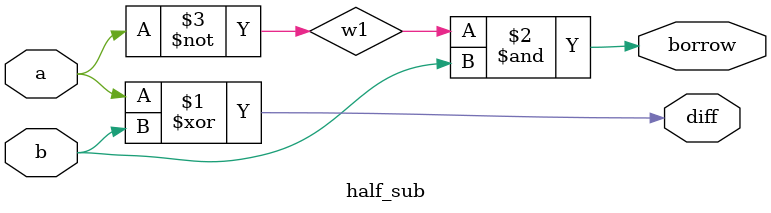
<source format=v>
 module half_sub(diff,borrow,a,b);
 input a,b;
 wire w1;
 output diff,borrow;
 xor x1(diff,a,b);
 not n1(w1,a);
 and a1(borrow,w1,b);
 endmodule

 

</source>
